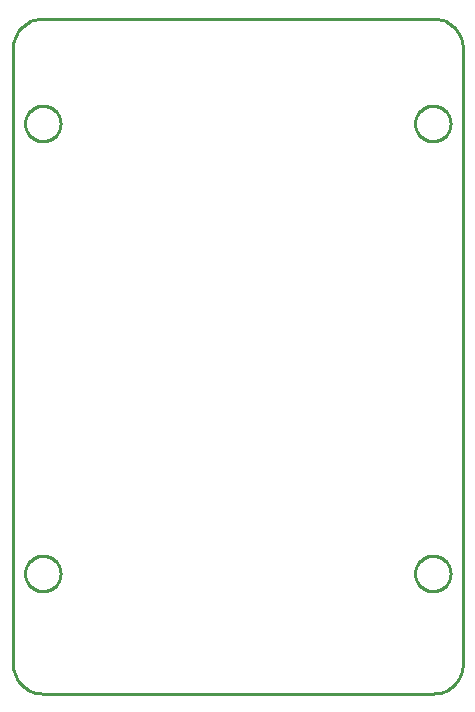
<source format=gbr>
G04 EAGLE Gerber RS-274X export*
G75*
%MOMM*%
%FSLAX34Y34*%
%LPD*%
%IN*%
%IPPOS*%
%AMOC8*
5,1,8,0,0,1.08239X$1,22.5*%
G01*
%ADD10C,0.254000*%


D10*
X0Y25400D02*
X97Y23186D01*
X386Y20989D01*
X865Y18826D01*
X1532Y16713D01*
X2380Y14666D01*
X3403Y12700D01*
X4594Y10831D01*
X5942Y9073D01*
X7440Y7440D01*
X9073Y5942D01*
X10831Y4594D01*
X12700Y3403D01*
X14666Y2380D01*
X16713Y1532D01*
X18826Y865D01*
X20989Y386D01*
X23186Y97D01*
X25400Y0D01*
X355600Y0D01*
X357814Y97D01*
X360011Y386D01*
X362174Y865D01*
X364287Y1532D01*
X366335Y2380D01*
X368300Y3403D01*
X370169Y4594D01*
X371927Y5942D01*
X373561Y7440D01*
X375058Y9073D01*
X376406Y10831D01*
X377597Y12700D01*
X378620Y14666D01*
X379468Y16713D01*
X380135Y18826D01*
X380614Y20989D01*
X380903Y23186D01*
X381000Y25400D01*
X381000Y546100D01*
X380903Y548314D01*
X380614Y550511D01*
X380135Y552674D01*
X379468Y554787D01*
X378620Y556835D01*
X377597Y558800D01*
X376406Y560669D01*
X375058Y562427D01*
X373561Y564061D01*
X371927Y565558D01*
X370169Y566906D01*
X368300Y568097D01*
X366335Y569120D01*
X364287Y569968D01*
X362174Y570635D01*
X360011Y571114D01*
X357814Y571403D01*
X355600Y571500D01*
X25400Y571500D01*
X23186Y571403D01*
X20989Y571114D01*
X18826Y570635D01*
X16713Y569968D01*
X14666Y569120D01*
X12700Y568097D01*
X10831Y566906D01*
X9073Y565558D01*
X7440Y564061D01*
X5942Y562427D01*
X4594Y560669D01*
X3403Y558800D01*
X2380Y556835D01*
X1532Y554787D01*
X865Y552674D01*
X386Y550511D01*
X97Y548314D01*
X0Y546100D01*
X0Y25400D01*
X40400Y101064D02*
X40324Y99996D01*
X40171Y98935D01*
X39943Y97888D01*
X39641Y96860D01*
X39267Y95856D01*
X38822Y94881D01*
X38308Y93941D01*
X37729Y93040D01*
X37087Y92182D01*
X36385Y91372D01*
X35628Y90615D01*
X34818Y89913D01*
X33960Y89271D01*
X33059Y88692D01*
X32119Y88178D01*
X31144Y87733D01*
X30140Y87359D01*
X29112Y87057D01*
X28065Y86829D01*
X27004Y86676D01*
X25936Y86600D01*
X24864Y86600D01*
X23796Y86676D01*
X22735Y86829D01*
X21688Y87057D01*
X20660Y87359D01*
X19656Y87733D01*
X18681Y88178D01*
X17741Y88692D01*
X16840Y89271D01*
X15982Y89913D01*
X15172Y90615D01*
X14415Y91372D01*
X13713Y92182D01*
X13071Y93040D01*
X12492Y93941D01*
X11978Y94881D01*
X11533Y95856D01*
X11159Y96860D01*
X10857Y97888D01*
X10629Y98935D01*
X10476Y99996D01*
X10400Y101064D01*
X10400Y102136D01*
X10476Y103204D01*
X10629Y104265D01*
X10857Y105312D01*
X11159Y106340D01*
X11533Y107344D01*
X11978Y108319D01*
X12492Y109259D01*
X13071Y110160D01*
X13713Y111018D01*
X14415Y111828D01*
X15172Y112585D01*
X15982Y113287D01*
X16840Y113929D01*
X17741Y114508D01*
X18681Y115022D01*
X19656Y115467D01*
X20660Y115841D01*
X21688Y116143D01*
X22735Y116371D01*
X23796Y116524D01*
X24864Y116600D01*
X25936Y116600D01*
X27004Y116524D01*
X28065Y116371D01*
X29112Y116143D01*
X30140Y115841D01*
X31144Y115467D01*
X32119Y115022D01*
X33059Y114508D01*
X33960Y113929D01*
X34818Y113287D01*
X35628Y112585D01*
X36385Y111828D01*
X37087Y111018D01*
X37729Y110160D01*
X38308Y109259D01*
X38822Y108319D01*
X39267Y107344D01*
X39641Y106340D01*
X39943Y105312D01*
X40171Y104265D01*
X40324Y103204D01*
X40400Y102136D01*
X40400Y101064D01*
X370600Y482064D02*
X370524Y480996D01*
X370371Y479935D01*
X370143Y478888D01*
X369841Y477860D01*
X369467Y476856D01*
X369022Y475881D01*
X368508Y474941D01*
X367929Y474040D01*
X367287Y473182D01*
X366585Y472372D01*
X365828Y471615D01*
X365018Y470913D01*
X364160Y470271D01*
X363259Y469692D01*
X362319Y469178D01*
X361344Y468733D01*
X360340Y468359D01*
X359312Y468057D01*
X358265Y467829D01*
X357204Y467676D01*
X356136Y467600D01*
X355064Y467600D01*
X353996Y467676D01*
X352935Y467829D01*
X351888Y468057D01*
X350860Y468359D01*
X349856Y468733D01*
X348881Y469178D01*
X347941Y469692D01*
X347040Y470271D01*
X346182Y470913D01*
X345372Y471615D01*
X344615Y472372D01*
X343913Y473182D01*
X343271Y474040D01*
X342692Y474941D01*
X342178Y475881D01*
X341733Y476856D01*
X341359Y477860D01*
X341057Y478888D01*
X340829Y479935D01*
X340676Y480996D01*
X340600Y482064D01*
X340600Y483136D01*
X340676Y484204D01*
X340829Y485265D01*
X341057Y486312D01*
X341359Y487340D01*
X341733Y488344D01*
X342178Y489319D01*
X342692Y490259D01*
X343271Y491160D01*
X343913Y492018D01*
X344615Y492828D01*
X345372Y493585D01*
X346182Y494287D01*
X347040Y494929D01*
X347941Y495508D01*
X348881Y496022D01*
X349856Y496467D01*
X350860Y496841D01*
X351888Y497143D01*
X352935Y497371D01*
X353996Y497524D01*
X355064Y497600D01*
X356136Y497600D01*
X357204Y497524D01*
X358265Y497371D01*
X359312Y497143D01*
X360340Y496841D01*
X361344Y496467D01*
X362319Y496022D01*
X363259Y495508D01*
X364160Y494929D01*
X365018Y494287D01*
X365828Y493585D01*
X366585Y492828D01*
X367287Y492018D01*
X367929Y491160D01*
X368508Y490259D01*
X369022Y489319D01*
X369467Y488344D01*
X369841Y487340D01*
X370143Y486312D01*
X370371Y485265D01*
X370524Y484204D01*
X370600Y483136D01*
X370600Y482064D01*
X40400Y482064D02*
X40324Y480996D01*
X40171Y479935D01*
X39943Y478888D01*
X39641Y477860D01*
X39267Y476856D01*
X38822Y475881D01*
X38308Y474941D01*
X37729Y474040D01*
X37087Y473182D01*
X36385Y472372D01*
X35628Y471615D01*
X34818Y470913D01*
X33960Y470271D01*
X33059Y469692D01*
X32119Y469178D01*
X31144Y468733D01*
X30140Y468359D01*
X29112Y468057D01*
X28065Y467829D01*
X27004Y467676D01*
X25936Y467600D01*
X24864Y467600D01*
X23796Y467676D01*
X22735Y467829D01*
X21688Y468057D01*
X20660Y468359D01*
X19656Y468733D01*
X18681Y469178D01*
X17741Y469692D01*
X16840Y470271D01*
X15982Y470913D01*
X15172Y471615D01*
X14415Y472372D01*
X13713Y473182D01*
X13071Y474040D01*
X12492Y474941D01*
X11978Y475881D01*
X11533Y476856D01*
X11159Y477860D01*
X10857Y478888D01*
X10629Y479935D01*
X10476Y480996D01*
X10400Y482064D01*
X10400Y483136D01*
X10476Y484204D01*
X10629Y485265D01*
X10857Y486312D01*
X11159Y487340D01*
X11533Y488344D01*
X11978Y489319D01*
X12492Y490259D01*
X13071Y491160D01*
X13713Y492018D01*
X14415Y492828D01*
X15172Y493585D01*
X15982Y494287D01*
X16840Y494929D01*
X17741Y495508D01*
X18681Y496022D01*
X19656Y496467D01*
X20660Y496841D01*
X21688Y497143D01*
X22735Y497371D01*
X23796Y497524D01*
X24864Y497600D01*
X25936Y497600D01*
X27004Y497524D01*
X28065Y497371D01*
X29112Y497143D01*
X30140Y496841D01*
X31144Y496467D01*
X32119Y496022D01*
X33059Y495508D01*
X33960Y494929D01*
X34818Y494287D01*
X35628Y493585D01*
X36385Y492828D01*
X37087Y492018D01*
X37729Y491160D01*
X38308Y490259D01*
X38822Y489319D01*
X39267Y488344D01*
X39641Y487340D01*
X39943Y486312D01*
X40171Y485265D01*
X40324Y484204D01*
X40400Y483136D01*
X40400Y482064D01*
X370600Y101064D02*
X370524Y99996D01*
X370371Y98935D01*
X370143Y97888D01*
X369841Y96860D01*
X369467Y95856D01*
X369022Y94881D01*
X368508Y93941D01*
X367929Y93040D01*
X367287Y92182D01*
X366585Y91372D01*
X365828Y90615D01*
X365018Y89913D01*
X364160Y89271D01*
X363259Y88692D01*
X362319Y88178D01*
X361344Y87733D01*
X360340Y87359D01*
X359312Y87057D01*
X358265Y86829D01*
X357204Y86676D01*
X356136Y86600D01*
X355064Y86600D01*
X353996Y86676D01*
X352935Y86829D01*
X351888Y87057D01*
X350860Y87359D01*
X349856Y87733D01*
X348881Y88178D01*
X347941Y88692D01*
X347040Y89271D01*
X346182Y89913D01*
X345372Y90615D01*
X344615Y91372D01*
X343913Y92182D01*
X343271Y93040D01*
X342692Y93941D01*
X342178Y94881D01*
X341733Y95856D01*
X341359Y96860D01*
X341057Y97888D01*
X340829Y98935D01*
X340676Y99996D01*
X340600Y101064D01*
X340600Y102136D01*
X340676Y103204D01*
X340829Y104265D01*
X341057Y105312D01*
X341359Y106340D01*
X341733Y107344D01*
X342178Y108319D01*
X342692Y109259D01*
X343271Y110160D01*
X343913Y111018D01*
X344615Y111828D01*
X345372Y112585D01*
X346182Y113287D01*
X347040Y113929D01*
X347941Y114508D01*
X348881Y115022D01*
X349856Y115467D01*
X350860Y115841D01*
X351888Y116143D01*
X352935Y116371D01*
X353996Y116524D01*
X355064Y116600D01*
X356136Y116600D01*
X357204Y116524D01*
X358265Y116371D01*
X359312Y116143D01*
X360340Y115841D01*
X361344Y115467D01*
X362319Y115022D01*
X363259Y114508D01*
X364160Y113929D01*
X365018Y113287D01*
X365828Y112585D01*
X366585Y111828D01*
X367287Y111018D01*
X367929Y110160D01*
X368508Y109259D01*
X369022Y108319D01*
X369467Y107344D01*
X369841Y106340D01*
X370143Y105312D01*
X370371Y104265D01*
X370524Y103204D01*
X370600Y102136D01*
X370600Y101064D01*
M02*

</source>
